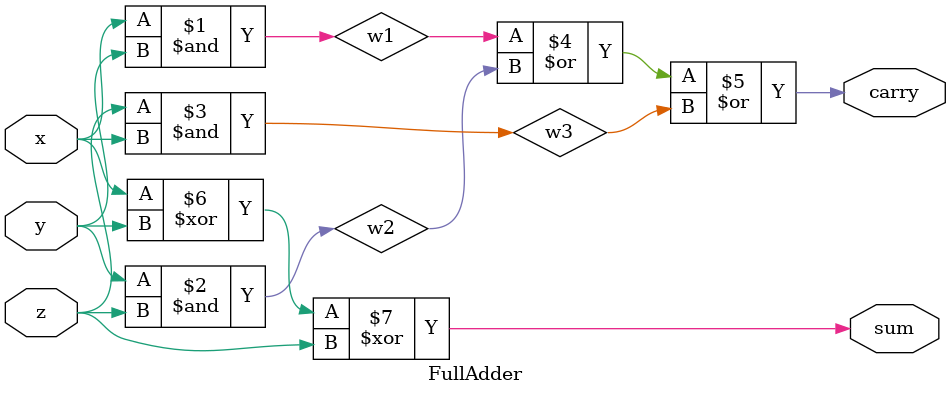
<source format=v>
module FullAdder(sum,carry,x,y,z);
  input x,y,z;
  output sum,carry;
  wire w1,w2,w3;
  and(w1,x,y);
  and(w2,y,z);
  and(w3,z,x);
  or(carry,w1,w2,w3);
  xor(sum,x,y,z);
endmodule
</source>
